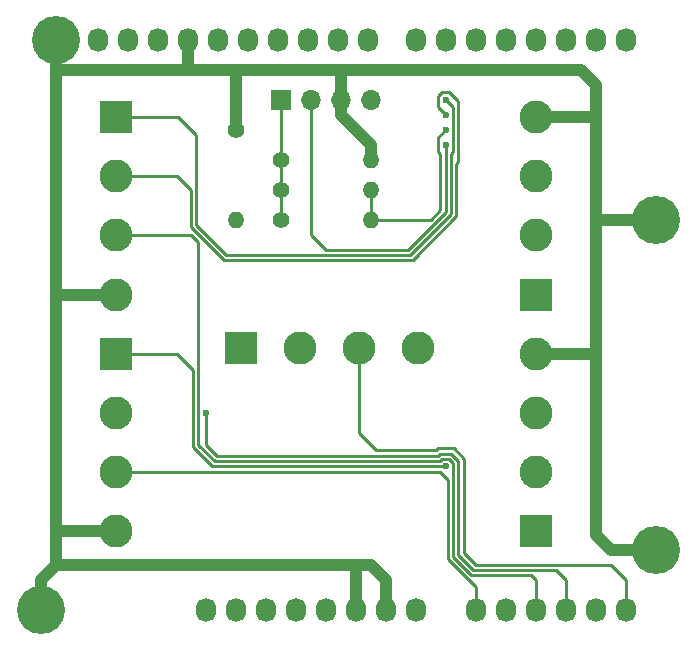
<source format=gbr>
%TF.GenerationSoftware,KiCad,Pcbnew,(5.0.2)-1*%
%TF.CreationDate,2019-01-10T22:37:42-06:00*%
%TF.ProjectId,ArduinoShield,41726475-696e-46f5-9368-69656c642e6b,rev?*%
%TF.SameCoordinates,PX69db1f0PY7882d48*%
%TF.FileFunction,Copper,L2,Bot*%
%TF.FilePolarity,Positive*%
%FSLAX46Y46*%
G04 Gerber Fmt 4.6, Leading zero omitted, Abs format (unit mm)*
G04 Created by KiCad (PCBNEW (5.0.2)-1) date 1/10/2019 10:37:42 PM*
%MOMM*%
%LPD*%
G01*
G04 APERTURE LIST*
%ADD10O,1.400000X1.400000*%
%ADD11C,1.400000*%
%ADD12O,1.727200X2.032000*%
%ADD13C,2.800000*%
%ADD14R,2.800000X2.800000*%
%ADD15O,1.700000X1.700000*%
%ADD16R,1.700000X1.700000*%
%ADD17C,4.064000*%
%ADD18C,0.600000*%
%ADD19C,0.250000*%
%ADD20C,1.000000*%
G04 APERTURE END LIST*
D10*
X41910000Y40640000D03*
D11*
X34290000Y40640000D03*
D12*
X18796000Y50800000D03*
X21336000Y50800000D03*
X23876000Y50800000D03*
X26416000Y50800000D03*
X28956000Y50800000D03*
X31496000Y50800000D03*
X34036000Y50800000D03*
X36576000Y50800000D03*
X39116000Y50800000D03*
X41656000Y50800000D03*
X45720000Y50800000D03*
X48260000Y50800000D03*
X50800000Y50800000D03*
X53340000Y50800000D03*
X55880000Y50800000D03*
X58420000Y50800000D03*
X60960000Y50800000D03*
X63500000Y50800000D03*
X27940000Y2540000D03*
X30480000Y2540000D03*
X33020000Y2540000D03*
X35560000Y2540000D03*
X38100000Y2540000D03*
X40640000Y2540000D03*
X43180000Y2540000D03*
X45720000Y2540000D03*
D13*
X55880000Y44210000D03*
X55880000Y39210000D03*
X55880000Y34210000D03*
D14*
X55880000Y29210000D03*
D13*
X45965001Y24724999D03*
X40965001Y24724999D03*
X35965001Y24724999D03*
D14*
X30965001Y24724999D03*
D13*
X20320000Y9210000D03*
X20320000Y14210000D03*
X20320000Y19210000D03*
D14*
X20320000Y24210000D03*
D13*
X55880000Y24210000D03*
X55880000Y19210000D03*
X55880000Y14210000D03*
D14*
X55880000Y9210000D03*
D10*
X30480000Y35560000D03*
D11*
X30480000Y43180000D03*
D15*
X41910000Y45720000D03*
X39370000Y45720000D03*
X36830000Y45720000D03*
D16*
X34290000Y45720000D03*
D10*
X41910000Y38100000D03*
D11*
X34290000Y38100000D03*
D10*
X41910000Y35560000D03*
D11*
X34290000Y35560000D03*
D13*
X20320000Y29210000D03*
X20320000Y34210000D03*
X20320000Y39210000D03*
D14*
X20320000Y44210000D03*
D12*
X63500000Y2540000D03*
X60960000Y2540000D03*
X58420000Y2540000D03*
X55880000Y2540000D03*
X53340000Y2540000D03*
X50800000Y2540000D03*
D17*
X13970000Y2540000D03*
X66040000Y7620000D03*
X15240000Y50800000D03*
X66040000Y35560000D03*
D18*
X48260000Y43180000D03*
X48260000Y41910000D03*
X48260000Y14660010D03*
X48260000Y45720000D03*
X48260000Y44437571D03*
X27940000Y19210000D03*
D19*
X20320000Y9130000D02*
X20080000Y9130000D01*
X26416000Y50647600D02*
X26416000Y50800000D01*
X15240000Y29450000D02*
X15480000Y29450000D01*
X16510000Y48260000D02*
X15240000Y48260000D01*
X30480000Y48260000D02*
X28803600Y48260000D01*
X22860000Y48260000D02*
X24028400Y48260000D01*
X36830000Y48260000D02*
X38100000Y48260000D01*
X60960000Y35560000D02*
X60960000Y43180000D01*
X60960000Y25400000D02*
X60960000Y35560000D01*
D20*
X30480000Y48260000D02*
X30480000Y43180000D01*
X30480000Y48260000D02*
X15240000Y48260000D01*
X15240000Y48260000D02*
X15240000Y50800000D01*
X13970000Y5080000D02*
X13970000Y2540000D01*
X15240000Y8890000D02*
X15240000Y6350000D01*
X15240000Y48260000D02*
X15240000Y29210000D01*
X15240000Y29210000D02*
X15240000Y8890000D01*
X26420000Y48780000D02*
X26420000Y48260000D01*
X26416000Y48784000D02*
X26420000Y48780000D01*
X26416000Y50800000D02*
X26416000Y48784000D01*
X53809898Y48260000D02*
X53340000Y48260000D01*
X55880000Y44210000D02*
X59930000Y44210000D01*
X60960000Y43180000D02*
X60960000Y25400000D01*
X66040000Y35560000D02*
X60960000Y35560000D01*
X41910000Y40640000D02*
X41910000Y41910000D01*
X41910000Y41910000D02*
X39370000Y44450000D01*
X39370000Y44450000D02*
X39370000Y45720000D01*
X39370000Y45720000D02*
X39370000Y48260000D01*
X60960000Y46990000D02*
X59690000Y48260000D01*
X59690000Y48260000D02*
X52070000Y48260000D01*
X30480000Y48260000D02*
X52070000Y48260000D01*
X52070000Y48260000D02*
X53340000Y48260000D01*
X59930000Y44210000D02*
X60720000Y44210000D01*
X60960000Y43180000D02*
X60960000Y44450000D01*
X60960000Y44450000D02*
X60960000Y46990000D01*
X60960000Y8890000D02*
X62230000Y7620000D01*
X62230000Y7620000D02*
X66040000Y7620000D01*
X60960000Y25400000D02*
X60960000Y24130000D01*
X60960000Y24130000D02*
X60960000Y8890000D01*
X43180000Y2540000D02*
X43180000Y5080000D01*
X41910000Y6350000D02*
X40640000Y6350000D01*
X40640000Y6350000D02*
X36830000Y6350000D01*
X36830000Y6350000D02*
X38100000Y6350000D01*
X15240000Y6350000D02*
X36830000Y6350000D01*
X43180000Y5080000D02*
X41910000Y6350000D01*
X13970000Y5080000D02*
X15240000Y6350000D01*
X40640000Y2540000D02*
X40640000Y6350000D01*
D19*
X60946000Y24144000D02*
X60960000Y24130000D01*
D20*
X60370000Y24210000D02*
X60880000Y24210000D01*
X55880000Y24210000D02*
X60370000Y24210000D01*
X20320000Y9210000D02*
X15560000Y9210000D01*
D19*
X18340102Y29210000D02*
X18326102Y29196000D01*
X20320000Y29210000D02*
X18340102Y29210000D01*
D20*
X15254000Y29196000D02*
X15240000Y29210000D01*
X20320000Y29196000D02*
X15254000Y29196000D01*
D19*
X41910000Y35560000D02*
X41910000Y38100000D01*
X47809990Y36379990D02*
X46990000Y35560000D01*
X41910000Y35560000D02*
X46990000Y35560000D01*
X48260000Y43180000D02*
X47634999Y42554999D01*
X47634999Y42554999D02*
X47634999Y41265001D01*
X47634999Y41265001D02*
X47809990Y41090010D01*
X47809990Y41090010D02*
X47809990Y36379990D01*
X36830000Y34290000D02*
X38097180Y33022820D01*
X36830000Y45720000D02*
X36830000Y34290000D01*
X45089230Y33022820D02*
X41910000Y33022820D01*
X48259999Y36193589D02*
X45089230Y33022820D01*
X48260000Y41910000D02*
X48259999Y36193589D01*
X38097180Y33022820D02*
X41910000Y33022820D01*
X34290000Y35560000D02*
X34290000Y38100000D01*
X34290000Y38100000D02*
X34290000Y40640000D01*
X34290000Y40640000D02*
X34290000Y45720000D01*
X63500000Y2540000D02*
X63500000Y2692400D01*
X63500000Y2540000D02*
X63500000Y5080000D01*
X62230000Y6350000D02*
X50800000Y6350000D01*
X63500000Y5080000D02*
X62230000Y6350000D01*
X40965001Y21264999D02*
X40965001Y21590000D01*
X40965001Y21590000D02*
X40965001Y24724999D01*
X50800000Y6350000D02*
X57786411Y6349999D01*
X50165000Y6985000D02*
X50800000Y6350000D01*
X49795020Y7354980D02*
X50165000Y6985000D01*
X49795020Y15322812D02*
X49795020Y7354980D01*
X40965001Y21590000D02*
X40965001Y17454999D01*
X40965001Y17454999D02*
X42409960Y16010040D01*
X42409960Y16010040D02*
X47412208Y16010040D01*
X47412208Y16010040D02*
X47587199Y16185031D01*
X47587199Y16185031D02*
X48932801Y16185031D01*
X48932801Y16185031D02*
X49795020Y15322812D01*
X25514989Y24210000D02*
X20320000Y24210000D01*
X26864989Y22860000D02*
X25514989Y24210000D01*
X26864989Y16312191D02*
X26864989Y22860000D01*
X48260000Y14660010D02*
X28517170Y14660010D01*
X28517170Y14660010D02*
X26864989Y16312191D01*
X48885001Y41265001D02*
X48885001Y45094999D01*
X48710010Y41090010D02*
X48885001Y41265001D01*
X45275630Y32572810D02*
X48710008Y36007188D01*
X25640000Y44210000D02*
X27120010Y42729990D01*
X48710008Y36007188D02*
X48710010Y41090010D01*
X20320000Y44210000D02*
X25640000Y44210000D01*
X27120010Y42729990D02*
X27120010Y35109990D01*
X27120010Y35109990D02*
X27122830Y35109990D01*
X48885001Y45094999D02*
X48260000Y45720000D01*
X27122830Y35109990D02*
X29660010Y32572810D01*
X29660010Y32572810D02*
X45275630Y32572810D01*
X47634999Y45062572D02*
X48260000Y44437571D01*
X47959999Y46345001D02*
X47634999Y46020001D01*
X48560001Y46345001D02*
X47959999Y46345001D01*
X49160019Y40270019D02*
X49335011Y40445011D01*
X49160017Y35820787D02*
X49160019Y40270019D01*
X49335011Y45569991D02*
X48560001Y46345001D01*
X45462030Y32122800D02*
X49160017Y35820787D01*
X25560000Y39210000D02*
X26670000Y38100000D01*
X49335011Y40445011D02*
X49335011Y45569991D01*
X20320000Y39210000D02*
X25560000Y39210000D01*
X26670000Y38100000D02*
X26670000Y34900010D01*
X26670000Y34900010D02*
X27300745Y34295665D01*
X47634999Y46020001D02*
X47634999Y45062572D01*
X27300745Y34295665D02*
X29473610Y32122800D01*
X29473610Y32122800D02*
X45462030Y32122800D01*
X47785008Y14210000D02*
X20320000Y14210000D01*
X48444990Y13550018D02*
X47785008Y14210000D01*
X48444990Y6795780D02*
X48444990Y13550018D01*
X50800000Y4440770D02*
X48444990Y6795780D01*
X50800000Y2540000D02*
X50800000Y4440770D01*
X55880000Y5080000D02*
X55880000Y2540000D01*
X55510020Y5449980D02*
X55880000Y5080000D01*
X50427200Y5449980D02*
X55510020Y5449980D01*
X27314999Y33631502D02*
X26736501Y34210000D01*
X28703570Y15110020D02*
X27314999Y16498591D01*
X47785008Y15110020D02*
X28703570Y15110020D01*
X27314999Y16498591D02*
X27314999Y33631502D01*
X48895000Y14130052D02*
X48895000Y14950012D01*
X26736501Y34210000D02*
X20320000Y34210000D01*
X48895000Y14950012D02*
X48560001Y15285011D01*
X48560001Y15285011D02*
X47959999Y15285011D01*
X47959999Y15285011D02*
X47785008Y15110020D01*
X48895000Y6982180D02*
X49527180Y6350000D01*
X48895000Y14130052D02*
X48895000Y6982180D01*
X49527180Y6350000D02*
X50427200Y5449980D01*
X58420000Y5080000D02*
X58420000Y2540000D01*
X57600010Y5899990D02*
X58420000Y5080000D01*
X50613600Y5899990D02*
X57600010Y5899990D01*
X49345010Y7168580D02*
X50613600Y5899990D01*
X49345010Y15136412D02*
X49345010Y7168580D01*
X27940000Y19050000D02*
X27940000Y16510000D01*
X27940000Y16510000D02*
X28889970Y15560030D01*
X28889970Y15560030D02*
X47598608Y15560030D01*
X47598608Y15560030D02*
X47773599Y15735021D01*
X47773599Y15735021D02*
X48746401Y15735021D01*
X48746401Y15735021D02*
X49345010Y15136412D01*
M02*

</source>
